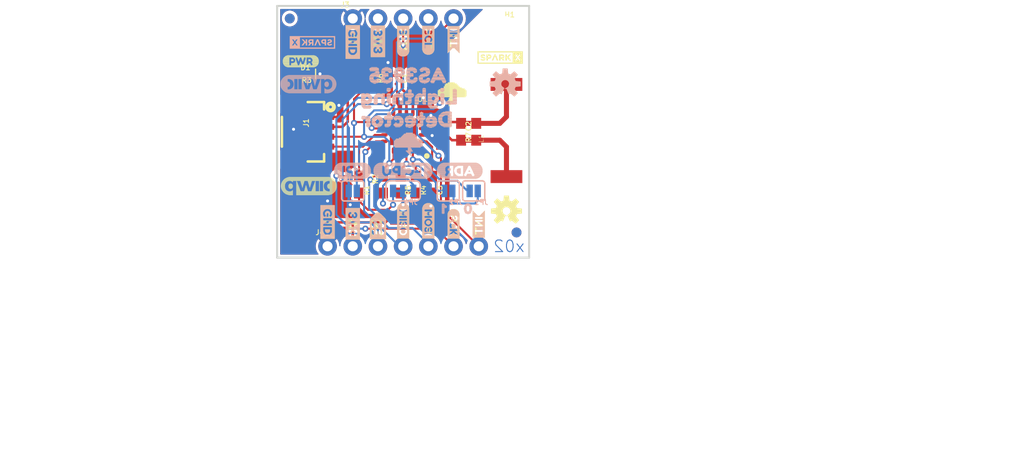
<source format=kicad_pcb>
(kicad_pcb (version 20211014) (generator pcbnew)
  (layers (0 "F.Cu" signal) (31 "B.Cu" signal) (34 "B.Paste" user) (35 "F.Paste" user) (36 "B.SilkS" user "B.Silkscreen") (37 "F.SilkS" user "F.Silkscreen") (38 "B.Mask" user) (39 "F.Mask" user) (44 "Edge.Cuts" user))
  (net 0 "")
  (net 1 "GND")
  (net 2 "3.3V")
  (net 3 "MOSI/SDA")
  (net 4 "ADD0")
  (net 5 "ADD1")
  (net 6 "N$1")
  (net 7 "SEL_INTER")
  (net 8 "MISO")
  (net 9 "SCLK/SCL")
  (net 10 "~{CS}")
  (net 11 "N$2")
  (net 12 "INP")
  (net 13 "IRQ")
  (net 14 "N$3")
  (net 15 "N$4")
  (footprint "eagleBoard:0603" (layer "F.Cu") (at 149.7711 110.3376 -90)
    (fp_text reference "R4" (at 0 -0.762 90) (layer "F.SilkS") (effects (font (size 0.512064 0.512064) (thickness 0.097536)) (justify right)))
    (fp_text value "2.2k")
    (pad "1" smd rect (at -0.85 0 270) (size 1.1 1) (layers "F.Cu" "F.Paste" "F.Mask") (net 5 "ADD1"))
    (pad "2" smd rect (at 0.85 0 270) (size 1.1 1) (layers "F.Cu" "F.Paste" "F.Mask") (net 2 "3.3V"))
  )
  (footprint "eagleBoard:GND-03" (layer "F.Cu") (at 143.4211 93.8276 -90)
    (fp_text reference "U$8" hide)
    (fp_text value "" hide)
  )
  (footprint "eagleBoard:GND-03" (layer "F.Cu") (at 140.8811 111.9886 -90)
    (fp_text reference "U$9" hide)
    (fp_text value "" hide)
  )
  (footprint "eagleBoard:3V3-03" (layer "F.Cu") (at 143.4211 112.2426 -90)
    (fp_text reference "U$17" hide)
    (fp_text value "" hide)
  )
  (footprint "eagleBoard:STAND-OFF-TIGHT" (layer "F.Cu") (at 158.6611 94.8436)
    (fp_text reference "H1" (at 0 -1.651) (layer "F.SilkS") (effects (font (size 0.512064 0.512064) (thickness 0.097536)) (justify left)))
    (fp_text value "STAND-OFFTIGHT")
    (pad "" np_thru_hole circle (at 0 0) (size 3.048 3.048) (drill 3.048) (layers *.Cu *.Mask))
  )
  (footprint "eagleBoard:SDA0" (layer "F.Cu") (at 148.5011 93.9546 -90)
    (fp_text reference "U$25" hide)
    (fp_text value "" hide)
  )
  (footprint "eagleBoard:INT0" (layer "F.Cu") (at 153.5811 93.9546 -90)
    (fp_text reference "U$24" hide)
    (fp_text value "" hide)
  )
  (footprint "eagleBoard:0603" (layer "F.Cu") (at 148.2471 110.3376 -90)
    (fp_text reference "R5" (at 0 -0.762 90) (layer "F.SilkS") (effects (font (size 0.512064 0.512064) (thickness 0.097536)) (justify right)))
    (fp_text value "2.2k")
    (pad "1" smd rect (at -0.85 0 270) (size 1.1 1) (layers "F.Cu" "F.Paste" "F.Mask") (net 4 "ADD0"))
    (pad "2" smd rect (at 0.85 0 270) (size 1.1 1) (layers "F.Cu" "F.Paste" "F.Mask") (net 2 "3.3V"))
  )
  (footprint "eagleBoard:1X05_NO_SILK" (layer "F.Cu") (at 143.4211 93.5736)
    (fp_text reference "J3" (at -1.27 -1.397) (layer "F.SilkS") (effects (font (size 0.512064 0.512064) (thickness 0.097536)) (justify left)))
    (fp_text value "")
    (pad "1" thru_hole circle (at 0 0 90) (size 1.8796 1.8796) (drill 1.016) (layers *.Cu *.Mask) (net 1 "GND"))
    (pad "2" thru_hole circle (at 2.54 0 90) (size 1.8796 1.8796) (drill 1.016) (layers *.Cu *.Mask) (net 2 "3.3V"))
    (pad "3" thru_hole circle (at 5.08 0 90) (size 1.8796 1.8796) (drill 1.016) (layers *.Cu *.Mask) (net 3 "MOSI/SDA"))
    (pad "4" thru_hole circle (at 7.62 0 90) (size 1.8796 1.8796) (drill 1.016) (layers *.Cu *.Mask) (net 9 "SCLK/SCL"))
    (pad "5" thru_hole circle (at 10.16 0 90) (size 1.8796 1.8796) (drill 1.016) (layers *.Cu *.Mask) (net 13 "IRQ"))
  )
  (footprint "eagleBoard:FIDUCIAL-1X2" (layer "F.Cu") (at 159.9311 115.1636)
    (fp_text reference "FD3" hide)
    (fp_text value "FIDUCIAL1X2" hide)
    (pad "1" smd roundrect (at 0 0) (size 1 1) (layers "F.Cu" "F.Mask") (roundrect_rratio 0.5))
  )
  (footprint "eagleBoard:QWIIC_COPYRIGHT_SMALL" (layer "F.Cu") (at 138.9761 110.4646)
    (fp_text reference "U$3" hide)
    (fp_text value "" hide)
  )
  (footprint "eagleBoard:1X04_1MM_RA" (layer "F.Cu") (at 140.8811 105.0036 -90)
    (fp_text reference "J1" (at -1.397 2.159 90) (layer "F.SilkS") (effects (font (size 0.512064 0.512064) (thickness 0.097536)) (justify right)))
    (fp_text value "")
    (pad "1" smd rect (at -1.5 0 270) (size 0.6 1.35) (layers "F.Cu" "F.Paste" "F.Mask") (net 1 "GND"))
    (pad "2" smd rect (at -0.5 0 270) (size 0.6 1.35) (layers "F.Cu" "F.Paste" "F.Mask") (net 2 "3.3V"))
    (pad "3" smd rect (at 0.5 0 270) (size 0.6 1.35) (layers "F.Cu" "F.Paste" "F.Mask") (net 3 "MOSI/SDA"))
    (pad "4" smd rect (at 1.5 0 270) (size 0.6 1.35) (layers "F.Cu" "F.Paste" "F.Mask") (net 9 "SCLK/SCL"))
    (pad "NC1" smd rect (at 2.8 3.675 270) (size 1.2 2) (layers "F.Cu" "F.Paste" "F.Mask"))
    (pad "NC2" smd rect (at -2.8 3.675 270) (size 1.2 2) (layers "F.Cu" "F.Paste" "F.Mask"))
  )
  (footprint "eagleBoard:0603" (layer "F.Cu") (at 154.3431 105.0036 -90)
    (fp_text reference "R7" (at 0 -0.762 90) (layer "F.SilkS") (effects (font (size 0.512064 0.512064) (thickness 0.097536)) (justify right)))
    (fp_text value "10k")
    (pad "1" smd rect (at -0.85 0 270) (size 1.1 1) (layers "F.Cu" "F.Paste" "F.Mask") (net 1 "GND"))
    (pad "2" smd rect (at 0.85 0 270) (size 1.1 1) (layers "F.Cu" "F.Paste" "F.Mask") (net 12 "INP"))
  )
  (footprint "eagleBoard:0603" (layer "F.Cu") (at 155.8671 105.0036 90)
    (fp_text reference "C2" (at 0 -0.762 90) (layer "F.SilkS") (effects (font (size 0.512064 0.512064) (thickness 0.097536)) (justify left)))
    (fp_text value "1nF")
    (pad "1" smd rect (at -0.85 0 90) (size 1.1 1) (layers "F.Cu" "F.Paste" "F.Mask") (net 12 "INP"))
    (pad "2" smd rect (at 0.85 0 90) (size 1.1 1) (layers "F.Cu" "F.Paste" "F.Mask") (net 1 "GND"))
  )
  (footprint "eagleBoard:PWR-()-03" (layer "F.Cu") (at 136.3091 97.8916)
    (fp_text reference "U$32" hide)
    (fp_text value "" hide)
  )
  (footprint "eagleBoard:1X07_NO_SILK" (layer "F.Cu") (at 140.8811 116.5606)
    (fp_text reference "J4" (at -1.27 -1.397) (layer "F.SilkS") (effects (font (size 0.512064 0.512064) (thickness 0.097536)) (justify left)))
    (fp_text value "")
    (pad "1" thru_hole circle (at 0 0 90) (size 1.8796 1.8796) (drill 1.016) (layers *.Cu *.Mask) (net 1 "GND"))
    (pad "2" thru_hole circle (at 2.54 0 90) (size 1.8796 1.8796) (drill 1.016) (layers *.Cu *.Mask) (net 2 "3.3V"))
    (pad "3" thru_hole circle (at 5.08 0 90) (size 1.8796 1.8796) (drill 1.016) (layers *.Cu *.Mask) (net 10 "~{CS}"))
    (pad "4" thru_hole circle (at 7.62 0 90) (size 1.8796 1.8796) (drill 1.016) (layers *.Cu *.Mask) (net 8 "MISO"))
    (pad "5" thru_hole circle (at 10.16 0 90) (size 1.8796 1.8796) (drill 1.016) (layers *.Cu *.Mask) (net 3 "MOSI/SDA"))
    (pad "6" thru_hole circle (at 12.7 0 90) (size 1.8796 1.8796) (drill 1.016) (layers *.Cu *.Mask) (net 9 "SCLK/SCL"))
    (pad "7" thru_hole circle (at 15.24 0 90) (size 1.8796 1.8796) (drill 1.016) (layers *.Cu *.Mask) (net 13 "IRQ"))
  )
  (footprint "eagleBoard:16LD_MLPQ" (layer "F.Cu") (at 148.5011 105.0036 180)
    (fp_text reference "U1" (at -2.54 3.302) (layer "F.SilkS") (effects (font (size 0.531876 0.531876) (thickness 0.077724)) (justify right)))
    (fp_text value "AS3935")
    (pad "1" smd roundrect (at -1.9186 -0.9684 90) (size 0.35 0.7) (layers "F.Cu") (roundrect_rratio 0.5) (net 11 "N$2"))
    (pad "2" smd roundrect (at -1.9186 -0.3184 90) (size 0.35 0.7) (layers "F.Cu") (roundrect_rratio 0.5) (net 1 "GND"))
    (pad "3" smd roundrect (at -1.9186 0.3316 90) (size 0.35 0.7) (layers "F.Cu") (roundrect_rratio 0.5) (net 12 "INP"))
    (pad "4" smd roundrect (at -1.9186 0.9816 90) (size 0.35 0.7) (layers "F.Cu") (roundrect_rratio 0.5) (net 1 "GND"))
    (pad "5" smd roundrect (at -0.9816 1.9166 180) (size 0.35 0.7) (layers "F.Cu") (roundrect_rratio 0.5) (net 2 "3.3V"))
    (pad "6" smd roundrect (at -0.3316 1.9166 180) (size 0.35 0.7) (layers "F.Cu") (roundrect_rratio 0.5) (net 2 "3.3V"))
    (pad "7" smd roundrect (at 0.3184 1.9166 180) (size 0.35 0.7) (layers "F.Cu") (roundrect_rratio 0.5) (net 1 "GND"))
    (pad "8" smd roundrect (at 0.9684 1.9166 180) (size 0.35 0.7) (layers "F.Cu") (roundrect_rratio 0.5) (net 10 "~{CS}"))
    (pad "9" smd roundrect (at 1.9084 0.9816 270) (size 0.35 0.7) (layers "F.Cu") (roundrect_rratio 0.5) (net 7 "SEL_INTER"))
    (pad "10" smd roundrect (at 1.9084 0.3316 270) (size 0.35 0.7) (layers "F.Cu") (roundrect_rratio 0.5) (net 13 "IRQ"))
    (pad "11" smd roundrect (at 1.9084 -0.3184 270) (size 0.35 0.7) (layers "F.Cu") (roundrect_rratio 0.5) (net 9 "SCLK/SCL"))
    (pad "12" smd roundrect (at 1.9084 -0.9684 270) (size 0.35 0.7) (layers "F.Cu") (roundrect_rratio 0.5) (net 8 "MISO"))
    (pad "13" smd roundrect (at 0.9684 -1.9074) (size 0.35 0.7) (layers "F.Cu") (roundrect_rratio 0.5) (net 3 "MOSI/SDA"))
    (pad "14" smd roundrect (at 0.3184 -1.9074) (size 0.35 0.7) (layers "F.Cu") (roundrect_rratio 0.5))
    (pad "15" smd roundrect (at -0.3316 -1.9074) (size 0.35 0.7) (layers "F.Cu") (roundrect_rratio 0.5) (net 4 "ADD0"))
    (pad "16" smd roundrect (at -0.9816 -1.9074) (size 0.35 0.7) (layers "F.Cu") (roundrect_rratio 0.5) (net 5 "ADD1"))
    (pad "17" smd rect (at -0.0066 0.0066 180) (size 2.7 2.7) (layers "F.Cu" "F.Mask") (net 1 "GND"))
  )
  (footprint "eagleBoard:CS#-_]-04" (layer "F.Cu") (at 145.9611 112.8776 -90)
    (fp_text reference "U$11" hide)
    (fp_text value "" hide)
  )
  (footprint "eagleBoard:0603" (layer "F.Cu") (at 144.0561 110.3376 -90)
    (fp_text reference "R1" (at 0 -0.762 90) (layer "F.SilkS") (effects (font (size 0.512064 0.512064) (thickness 0.097536)) (justify right)))
    (fp_text value "2.2k")
    (pad "1" smd rect (at -0.85 0 270) (size 1.1 1) (layers "F.Cu" "F.Paste" "F.Mask") (net 9 "SCLK/SCL"))
    (pad "2" smd rect (at 0.85 0 270) (size 1.1 1) (layers "F.Cu" "F.Paste" "F.Mask") (net 14 "N$3"))
  )
  (footprint "eagleBoard:0603" (layer "F.Cu") (at 149.3901 100.1776 90)
    (fp_text reference "C1" (at 0 -0.762 90) (layer "F.SilkS") (effects (font (size 0.512064 0.512064) (thickness 0.097536)) (justify left)))
    (fp_text value "1.0uF")
    (pad "1" smd rect (at -0.85 0 90) (size 1.1 1) (layers "F.Cu" "F.Paste" "F.Mask") (net 2 "3.3V"))
    (pad "2" smd rect (at 0.85 0 90) (size 1.1 1) (layers "F.Cu" "F.Paste" "F.Mask") (net 1 "GND"))
  )
  (footprint "eagleBoard:MA5532-AE" (layer "F.Cu") (at 158.9151 104.8766 90)
    (fp_text reference "L1" (at -1.27 -2.54 90) (layer "F.SilkS") (effects (font (size 0.470611 0.470611) (thickness 0.037389)) (justify left)))
    (fp_text value "100uH")
    (pad "1" smd rect (at -4.65 0 270) (size 1.3 3.2004) (layers "F.Cu" "F.Paste" "F.Mask") (net 12 "INP"))
    (pad "2" smd rect (at 4.65 0 270) (size 1.3 3.2004) (layers "F.Cu" "F.Paste" "F.Mask") (net 1 "GND"))
  )
  (footprint "eagleBoard:3V3-03" (layer "F.Cu") (at 145.9611 93.8276 -90)
    (fp_text reference "U$21" hide)
    (fp_text value "" hide)
  )
  (footprint "eagleBoard:SCL0" (layer "F.Cu") (at 151.0411 93.9546 -90)
    (fp_text reference "U$28" hide)
    (fp_text value "" hide)
  )
  (footprint "eagleBoard:0603" (layer "F.Cu") (at 146.4691 110.3376 90)
    (fp_text reference "R2" (at 0 -0.762 90) (layer "F.SilkS") (effects (font (size 0.512064 0.512064) (thickness 0.097536)) (justify left)))
    (fp_text value "2.2k")
    (pad "1" smd rect (at -0.85 0 90) (size 1.1 1) (layers "F.Cu" "F.Paste" "F.Mask") (net 15 "N$4"))
    (pad "2" smd rect (at 0.85 0 90) (size 1.1 1) (layers "F.Cu" "F.Paste" "F.Mask") (net 3 "MOSI/SDA"))
  )
  (footprint "eagleBoard:0603" (layer "F.Cu") (at 151.4221 110.3376 -90)
    (fp_text reference "C3" (at 0 -0.762 90) (layer "F.SilkS") (effects (font (size 0.512064 0.512064) (thickness 0.097536)) (justify right)))
    (fp_text value "10uF")
    (pad "1" smd rect (at -0.85 0 270) (size 1.1 1) (layers "F.Cu" "F.Paste" "F.Mask") (net 11 "N$2"))
    (pad "2" smd rect (at 0.85 0 270) (size 1.1 1) (layers "F.Cu" "F.Paste" "F.Mask") (net 1 "GND"))
  )
  (footprint "eagleBoard:SPARKX-TINY" (layer "F.Cu") (at 158.2801 97.5106)
    (fp_text reference "U$1" hide)
    (fp_text value "SPARKX-LOGO2" hide)
  )
  (footprint "eagleBoard:MISO-(]-03" (layer "F.Cu") (at 148.5011 112.1156 -90)
    (fp_text reference "U$13" hide)
    (fp_text value "" hide)
  )
  (footprint "eagleBoard:SCK-(]-03" (layer "F.Cu") (at 153.5811 112.7506 -90)
    (fp_text reference "U$19" hide)
    (fp_text value "" hide)
  )
  (footprint "eagleBoard:0603" (layer "F.Cu") (at 146.9771 100.1776 90)
    (fp_text reference "R6" (at 0 -0.762 90) (layer "F.SilkS") (effects (font (size 0.512064 0.512064) (thickness 0.097536)) (justify left)))
    (fp_text value "1k")
    (pad "1" smd rect (at -0.85 0 90) (size 1.1 1) (layers "F.Cu" "F.Paste" "F.Mask") (net 7 "SEL_INTER"))
    (pad "2" smd rect (at 0.85 0 90) (size 1.1 1) (layers "F.Cu" "F.Paste" "F.Mask") (net 2 "3.3V"))
  )
  (footprint "eagleBoard:INT0" (layer "F.Cu") (at 156.1211 112.8776 -90)
    (fp_text reference "U$29" hide)
    (fp_text value "" hide)
  )
  (footprint "eagleBoard:OSHW-LOGO-S" (layer "F.Cu") (at 158.9151 113.0046)
    (fp_text reference "LOGO1" hide)
    (fp_text value "OSHW-LOGOS" hide)
  )
  (footprint "eagleBoard:##0" (layer "F.Cu") (at 149.3901 101.0666)
    (fp_text reference "U$40" hide)
    (fp_text value "" hide)
  )
  (footprint "eagleBoard:LED-0603" (layer "F.Cu") (at 138.0871 99.1616)
    (fp_text reference "D1" (at 0 -0.635) (layer "F.SilkS") (effects (font (size 0.512064 0.512064) (thickness 0.097536)) (justify left)))
    (fp_text value "RED")
    (pad "A" smd roundrect (at -0.877 0 270) (size 1 1) (layers "F.Cu" "F.Paste" "F.Mask") (roundrect_rratio 0.15) (net 6 "N$1"))
    (pad "C" smd roundrect (at 0.877 0 270) (size 1 1) (layers "F.Cu" "F.Paste" "F.Mask") (roundrect_rratio 0.15) (net 1 "GND"))
  )
  (footprint "eagleBoard:FIDUCIAL-1X2" (layer "F.Cu") (at 137.0711 93.5736)
    (fp_text reference "FD4" hide)
    (fp_text value "FIDUCIAL1X2" hide)
    (pad "1" smd roundrect (at 0 0) (size 1 1) (layers "F.Cu" "F.Mask") (roundrect_rratio 0.5))
  )
  (footprint "eagleBoard:MOSI-(]-03" (layer "F.Cu") (at 151.0411 112.1156 -90)
    (fp_text reference "U$16" hide)
    (fp_text value "" hide)
  )
  (footprint "eagleBoard:0603" (layer "F.Cu") (at 138.2141 100.5586)
    (fp_text reference "R3" (at 0 -0.762) (layer "F.SilkS") (effects (font (size 0.512064 0.512064) (thickness 0.097536)) (justify left)))
    (fp_text value "1k")
    (pad "1" smd rect (at -0.85 0) (size 1.1 1) (layers "F.Cu" "F.Paste" "F.Mask") (net 6 "N$1"))
    (pad "2" smd rect (at 0.85 0) (size 1.1 1) (layers "F.Cu" "F.Paste" "F.Mask") (net 2 "3.3V"))
  )
  (footprint "eagleBoard:CREATIVE_COMMONS" (layer "F.Cu") (at 128.1811 136.7536)
    (fp_text reference "FRAME1" hide)
    (fp_text value "FRAME-LETTER" hide)
  )
  (footprint "eagleBoard:SDA0" (layer "B.Cu") (at 148.5011 93.9546 -90)
    (fp_text reference "U$26" hide)
    (fp_text value "" hide)
  )
  (footprint "eagleBoard:SCL0" (layer "B.Cu") (at 151.0411 93.9546 -90)
    (fp_text reference "U$27" hide)
    (fp_text value "" hide)
  )
  (footprint "eagleBoard:FIDUCIAL-1X2" (layer "B.Cu") (at 159.9311 115.1636 180)
    (fp_text reference "FD2" hide)
    (fp_text value "FIDUCIAL1X2" hide)
    (pad "1" smd roundrect (at 0 0 180) (size 1 1) (layers "B.Cu" "B.Mask") (roundrect_rratio 0.5))
  )
  (footprint "eagleBoard:#CS0" (layer "B.Cu") (at 145.9611 112.8776 -90)
    (fp_text reference "U$30" hide)
    (fp_text value "" hide)
  )
  (footprint "eagleBoard:LIGHTNING0" (layer "B.Cu") (at 155.3591 101.4476 180)
    (fp_text reference "U$7" hide)
    (fp_text value "" hide)
  )
  (footprint "eagleBoard:GND-03" (layer "B.Cu") (at 143.4211 93.8276 -90)
    (fp_text reference "U$38" hide)
    (fp_text value "" hide)
  )
  (footprint "eagleBoard:00" (layer "B.Cu") (at 156.3751 112.7506 180)
    (fp_text reference "U$37" hide)
    (fp_text value "" hide)
  )
  (footprint "eagleBoard:##0" (layer "B.Cu") (at 153.0731 106.1466 180)
    (fp_text reference "U$5" hide)
    (fp_text value "" hide)
  )
  (footprint "eagleBoard:MISO-(]-03" (layer "B.Cu") (at 148.5011 112.1156 -90)
    (fp_text reference "U$12" hide)
    (fp_text value "" hide)
  )
  (footprint "eagleBoard:3V3-03" (layer "B.Cu") (at 145.9611 93.8276 -90)
    (fp_text reference "U$20" hide)
    (fp_text value "" hide)
  )
  (footprint "eagleBoard:SPI0" (layer "B.Cu") (at 145.3261 108.9406 180)
    (fp_text reference "U$35" hide)
    (fp_text value "" hide)
  )
  (footprint "eagleBoard:SMT-JUMPER_2_NO_SILK" (layer "B.Cu") (at 143.4211 110.9726 180)
    (fp_text reference "JP3" (at 0 1.143) (layer "B.SilkS") (effects (font (size 0.512064 0.512064) (thickness 0.097536)) (justify left mirror)))
    (fp_text value "JUMPER-SMT_2_NO_SILK")
    (pad "1" smd rect (at -0.4064 0 180) (size 0.635 1.27) (layers "B.Cu" "B.Mask") (net 7 "SEL_INTER"))
    (pad "2" smd rect (at 0.4064 0 180) (size 0.635 1.27) (layers "B.Cu" "B.Mask") (net 1 "GND"))
  )
  (footprint "eagleBoard:SMT-JUMPER_2_NO_SILK" (layer "B.Cu") (at 155.6131 110.9726)
    (fp_text reference "JP1" (at 0 1.143) (layer "B.SilkS") (effects (font (size 0.512064 0.512064) (thickness 0.097536)) (justify right mirror)))
    (fp_text value "JUMPER-SMT_2_NO_SILK")
    (pad "1" smd rect (at -0.4064 0) (size 0.635 1.27) (layers "B.Cu" "B.Mask") (net 5 "ADD1"))
    (pad "2" smd rect (at 0.4064 0) (size 0.635 1.27) (layers "B.Cu" "B.Mask") (net 1 "GND"))
  )
  (footprint "eagleBoard:QWIIC_COPYRIGHT_SMALL" (layer "B.Cu") (at 138.9761 100.1776 180)
    (fp_text reference "U$4" hide)
    (fp_text value "" hide)
  )
  (footprint "eagleBoard:DETECTOR0" (layer "B.Cu") (at 154.8511 103.7336 180)
    (fp_text reference "U$39" hide)
    (fp_text value "" hide)
  )
  (footprint "eagleBoard:AS39350" (layer "B.Cu") (at 154.2161 99.2886 180)
    (fp_text reference "U$6" hide)
    (fp_text value "" hide)
  )
  (footprint "eagleBoard:I#C_PU0" (layer "B.Cu") (at 151.5491 108.9406 180)
    (fp_text reference "U$34" hide)
    (fp_text value "" hide)
  )
  (footprint "eagleBoard:SMT-JUMPER_2_NO_SILK" (layer "B.Cu") (at 153.0477 110.9726)
    (fp_text reference "JP2" (at 0 1.143) (layer "B.SilkS") (effects (font (size 0.512064 0.512064) (thickness 0.097536)) (justify right mirror)))
    (fp_text value "JUMPER-SMT_2_NO_SILK")
    (pad "1" smd rect (at -0.4064 0) (size 0.635 1.27) (layers "B.Cu" "B.Mask") (net 4 "ADD0"))
    (pad "2" smd rect (at 0.4064 0) (size 0.635 1.27) (layers "B.Cu" "B.Mask") (net 1 "GND"))
  )
  (footprint "eagleBoard:OSHW-LOGO-S" (layer "B.Cu") (at 158.7881 100.1776 180)
    (fp_text reference "U$31" hide)
    (fp_text value "" hide)
  )
  (footprint "eagleBoard:SCK-(]-03" (layer "B.Cu") (at 153.5811 112.7506 -90)
    (fp_text reference "U$23" hide)
    (fp_text value "" hide)
  )
  (footprint "eagleBoard:SPARKX-TINY" (layer "B.Cu") (at 139.3571 95.9866 180)
    (fp_text reference "U$2" hide)
    (fp_text value "" hide)
  )
  (footprint "eagleBoard:INT0" (layer "B.Cu") (at 156.1211 112.8776 -90)
    (fp_text reference "U$14" hide)
    (fp_text value "" hide)
  )
  (footprint "eagleBoard:3V3-03" (layer "B.Cu") (at 143.4211 112.2426 -90)
    (fp_text reference "U$18" hide)
    (fp_text value "" hide)
  )
  (footprint "eagleBoard:GND-03" (layer "B.Cu") (at 140.8811 111.9886 -90)
    (fp_text reference "U$10" hide)
    (fp_text value "" hide)
  )
  (footprint "eagleBoard:MOSI-(]-03" (layer "B.Cu") (at 151.0411 112.1156 -90)
    (fp_text reference "U$22" hide)
    (fp_text value "" hide)
  )
  (footprint "eagleBoard:FIDUCIAL-1X2" (layer "B.Cu") (at 137.0711 93.5736 180)
    (fp_text reference "FD1" hide)
    (fp_text value "FIDUCIAL1X2" hide)
    (pad "1" smd roundrect (at 0 0 180) (size 1 1) (layers "B.Cu" "B.Mask") (roundrect_rratio 0.5))
  )
  (footprint "eagleBoard:SMT-JUMPER_3_2-NC_TRACE_SILK" (layer "B.Cu") (at 148.5011 110.9726)
    (fp_text reference "JP4" (at 0 1.143) (layer "B.SilkS") (effects (font (size 0.512064 0.512064) (thickness 0.097536)) (justify right mirror)))
    (fp_text value "JUMPER-SMT_3_2-NC_TRACE_SILK")
    (fp_poly (pts (xy 0.3048 -0.127) (xy 0.7112 -0.127) (xy 0.7112 0.127) (xy 0.3048 0.127)) (layer "B.Cu") (width 0) (fill solid))
    (fp_poly (pts (xy -0.7112 -0.127) (xy -0.3048 -0.127) (xy -0.3048 0.127) (xy -0.7112 0.127)) (layer "B.Cu") (width 0) (fill solid))
    (pad "1" smd rect (at -1.016 0) (size 0.635 1.27) (layers "B.Cu" "B.Mask") (net 14 "N$3"))
    (pad "2" smd rect (at 0 0) (size 0.635 1.27) (layers "B.Cu" "B.Mask") (net 2 "3.3V"))
    (pad "3" smd rect (at 1.016 0) (size 0.635 1.27) (layers "B.Cu" "B.Mask") (net 15 "N$4"))
  )
  (footprint "eagleBoard:INT0" (layer "B.Cu") (at 153.5811 93.9546 -90)
    (fp_text reference "U$15" hide)
    (fp_text value "" hide)
  )
  (footprint "eagleBoard:10" (layer "B.Cu") (at 153.8351 112.7506 180)
    (fp_text reference "U$36" hide)
    (fp_text value "" hide)
  )
  (footprint "eagleBoard:ADR-()-04" (layer "B.Cu") (at 156.6291 108.9406 180)
    (fp_text reference "U$33" hide)
    (fp_text value "" hide)
  )
  (gr_line (start 135.8011 92.3036) (end 135.8011 117.7036) (layer "Edge.Cuts") (width 0.2032))
  (gr_line (start 161.2011 92.3036) (end 135.8011 92.3036) (layer "Edge.Cuts") (width 0.2032))
  (gr_line (start 161.2011 117.7036) (end 161.2011 92.3036) (layer "Edge.Cuts") (width 0.2032))
  (gr_line (start 135.8011 117.7036) (end 161.2011 117.7036) (layer "Edge.Cuts") (width 0.2032))
  (gr_text "x02" (at 159.1691 116.5606) (layer "B.Cu") (effects (font (size 1.1684 1.1684) (thickness 0.1016)) (justify mirror)))
  (segment (start 154.3431 104.1536) (end 155.8671 104.1536) (width 0.508) (layer "F.Cu") (net 1))
  (segment (start 150.4197 104.022) (end 154.2115 104.022) (width 0.254) (layer "F.Cu") (net 1))
  (segment (start 148.1827 103.087) (end 148.1827 101.766) (width 0.254) (layer "F.Cu") (net 1))
  (segment (start 148.5077 104.997) (end 148.1827 104.672) (width 0.254) (layer "F.Cu") (net 1))
  (segment (start 148.1827 104.672) (end 148.1827 104.4956) (width 0.254) (layer "F.Cu") (net 1))
  (segment (start 148.6563 104.022) (end 148.1827 104.4956) (width 0.254) (layer "F.Cu") (net 1))
  (segment (start 158.9151 103.4796) (end 158.9151 100.2266) (width 0.508) (layer "F.Cu") (net 1))
  (segment (start 150.4197 104.022) (end 148.6563 104.022) (width 0.254) (layer "F.Cu") (net 1))
  (segment (start 155.8671 104.1536) (end 158.2411 104.1536) (width 0.508) (layer "F.Cu") (net 1))
  (segment (start 158.2411 104.1536) (end 158.9151 103.4796) (width 0.508) (layer "F.Cu") (net 1))
  (segment (start 154.2115 104.022) (end 154.3431 104.1536) (width 0.254) (layer "F.Cu") (net 1))
  (segment (start 148.5077 104.997) (end 148.8327 105.322) (width 0.254) (layer "F.Cu") (net 1))
  (segment (start 148.1827 101.766) (end 148.2471 101.7016) (width 0.254) (layer "F.Cu") (net 1))
  (via (at 140.1191 99.1616) (size 0.6096) (drill 0.3048) (layers "F.Cu" "B.Cu") (net 1))
  (via (at 146.9771 98.0186) (size 0.6096) (drill 0.3048) (layers "F.Cu" "B.Cu") (net 1))
  (via (at 151.4221 105.3846) (size 0.6096) (drill 0.3048) (layers "F.Cu" "B.Cu") (net 1))
  (via (at 151.2951 112.4966) (size 0.6096) (drill 0.3048) (layers "F.Cu" "B.Cu") (net 1))
  (via (at 143.1671 112.3696) (size 0.6096) (drill 0.3048) (layers "F.Cu" "B.Cu") (net 1))
  (via (at 150.5331 101.5746) (size 0.6096) (drill 0.3048) (layers "F.Cu" "B.Cu") (net 1))
  (via (at 140.8811 111.9886) (size 0.6096) (drill 0.3048) (layers "F.Cu" "B.Cu") (net 1))
  (via (at 137.4521 104.7496) (size 0.6096) (drill 0.3048) (layers "F.Cu" "B.Cu") (net 1))
  (via (at 148.2471 101.7016) (size 0.6096) (drill 0.3048) (layers "F.Cu" "B.Cu") (net 1))
  (via (at 151.2951 103.3526) (size 0.6096) (drill 0.3048) (layers "F.Cu" "B.Cu") (net 1))
  (via (at 142.0241 102.3366) (size 0.6096) (drill 0.3048) (layers "F.Cu" "B.Cu") (net 1))
  (segment (start 153.4541 110.9726) (end 153.5811 111.0996) (width 0.2032) (layer "B.Cu") (net 1))
  (segment (start 156.0195 110.9726) (end 156.0195 111.9632) (width 0.2032) (layer "B.Cu") (net 1))
  (segment (start 153.5811 111.0996) (end 153.5811 112.2426) (width 0.2032) (layer "B.Cu") (net 1))
  (segment (start 155.7401 112.2426) (end 153.5811 112.2426) (width 0.2032) (layer "B.Cu") (net 1))
  (segment (start 156.0195 111.9632) (end 155.7401 112.2426) (width 0.2032) (layer "B.Cu") (net 1))
  (segment (start 153.5811 112.2426) (end 152.8191 112.2426) (width 0.2032) (layer "B.Cu") (net 1))
  (segment (start 145.1991 99.4156) (end 145.9611 99.4156) (width 0.254) (layer "F.Cu") (net 2))
  (segment (start 149.3901 101.0276) (end 148.7161 101.0276) (width 0.254) (layer "F.Cu") (net 2))
  (segment (start 142.3971 104.5036) (end 142.9131 103.9876) (width 0.254) (layer "F.Cu") (net 2))
  (segment (start 148.2471 111.1876) (end 149.7711 111.1876) (width 0.254) (layer "F.Cu") (net 2))
  (segment (start 149.0091 101.9556) (end 148.8327 102.132) (width 0.254) (layer "F.Cu") (net 2))
  (segment (start 149.4827 101.9556) (end 149.4827 101.1202) (width 0.254) (layer "F.Cu") (net 2))
  (segment (start 146.7231 114.1476) (end 143.4211 114.1476) (width 0.254) (layer "F.Cu") (net 2))
  (segment (start 146.9771 99.3276) (end 148.1591 99.3276) (width 0.254) (layer "F.Cu") (net 2))
  (segment (start 149.4827 101.9556) (end 149.4827 103.087) (width 0.254) (layer "F.Cu") (net 2))
  (segment (start 142.9131 101.7016) (end 145.1991 99.4156) (width 0.254) (layer "F.Cu") (net 2))
  (segment (start 143.4211 116.5606) (end 143.4211 114.1476) (width 0.254) (layer "F.Cu") (net 2))
  (segment (start 146.7231 114.1476) (end 148.5011 112.3696) (width 0.254) (layer "F.Cu") (net 2))
  (segment (start 143.4211 114.1476) (end 141.1351 114.1476) (width 0.254) (layer "F.Cu") (net 2))
  (segment (start 139.1031 100.5976) (end 139.0641 100.5586) (width 0.254) (layer "F.Cu") (net 2))
  (segment (start 149.0091 101.9556) (end 149.4827 101.9556) (width 0.254) (layer "F.Cu") (net 2))
  (segment (start 148.8327 102.132) (end 148.8327 103.087) (width 0.254) (layer "F.Cu") (net 2))
  (segment (start 140.8811 104.5036) (end 139.1111 104.5036) (width 0.254) (layer "F.Cu") (net 2))
  (segment (start 139.1031 112.1156) (end 139.1031 104.4956) (width 0.254) (layer "F.Cu") (net 2))
  (segment (start 146.8891 99.4156) (end 146.9771 99.3276) (width 0.254) (layer "F.Cu") (net 2))
  (segment (start 139.1111 104.5036) (end 139.1031 104.4956) (width 0.254) (layer "F.Cu") (net 2))
  (segment (start 148.3741 99.5426) (end 148.1591 99.3276) (width 0.254) (layer "F.Cu") (net 2))
  (segment (start 141.1351 114.1476) (end 139.1031 112.1156) (width 0.254) (layer "F.Cu") (net 2))
  (segment (start 149.4827 101.1202) (end 149.3901 101.0276) (width 0.254) (layer "F.Cu") (net 2))
  (segment (start 148.7161 101.0276) (end 148.3741 100.6856) (width 0.254) (layer "F.Cu") (net 2))
  (segment (start 140.8811 104.5036) (end 142.3971 104.5036) (width 0.254) (layer "F.Cu") (net 2))
  (segment (start 145.9611 99.4156) (end 146.8891 99.4156) (width 0.254) (layer "F.Cu") (net 2))
  (segment (start 139.1031 104.4956) (end 139.1031 100.5976) (width 0.254) (layer "F.Cu") (net 2))
  (segment (start 148.3741 100.6856) (end 148.3741 99.5426) (width 0.254) (layer "F.Cu") (net 2))
  (segment (start 145.9611 93.5736) (end 145.9611 99.4156) (width 0.254) (layer "F.Cu") (net 2))
  (segment (start 142.9131 103.9876) (end 142.9131 101.7016) (width 0.254) (layer "F.Cu") (net 2))
  (segment (start 148.5011 111.4416) (end 148.5011 112.3696) (width 0.254) (layer "F.Cu") (net 2))
  (segment (start 148.5011 111.4416) (end 148.2471 111.1876) (width 0.254) (layer "F.Cu") (net 2))
  (via (at 148.5011 112.3696) (size 0.6096) (drill 0.3048) (layers "F.Cu" "B.Cu") (net 2))
  (segment (start 148.5011 110.9726) (end 148.5011 112.3696) (width 0.254) (layer "B.Cu") (net 2))
  (segment (start 145.5411 109.4876) (end 145.1991 109.8296) (width 0.2032) (layer "F.Cu") (net 3))
  (segment (start 140.8811 105.5036) (end 144.5561 105.5036) (width 0.2032) (layer "F.Cu") (net 3))
  (segment (start 146.5167 108.766) (end 146.5167 109.44) (width 0.2032) (layer "F.Cu") (net 3))
  (segment (start 147.1041 108.1786) (end 146.5167 108.766) (width 0.2032) (layer "F.Cu") (net 3))
  (segment (start 148.5011 93.5736) (end 148.5011 96.2406) (width 0.2032) (layer "F.Cu") (net 3))
  (segment (start 147.5327 106.911) (end 147.5327 107.75) (width 0.2032) (layer "F.Cu") (net 3))
  (segment (start 146.5167 109.44) (end 146.4691 109.4876) (width 0.2032) (layer "F.Cu") (net 3))
  (segment (start 144.5561 105.5036) (end 144.5641 105.5116) (width 0.2032) (layer "F.Cu") (net 3))
  (segment (start 146.4691 109.4876) (end 145.5411 109.4876) (width 0.2032) (layer "F.Cu") (net 3))
  (segment (start 147.5327 107.75) (end 147.1041 108.1786) (width 0.2032) (layer "F.Cu") (net 3))
  (via (at 144.5641 105.5116) (size 0.6096) (drill 0.3048) (layers "F.Cu" "B.Cu") (net 3))
  (via (at 148.5011 96.2406) (size 0.6096) (drill 0.3048) (layers "F.Cu" "B.Cu") (net 3))
  (via (at 145.1991 109.8296) (size 0.6096) (drill 0.3048) (layers "F.Cu" "B.Cu") (net 3))
  (via (at 147.1041 108.1786) (size 0.6096) (drill 0.3048) (layers "F.Cu" "B.Cu") (net 3))
  (segment (start 148.5011 96.2406) (end 148.5011 100.5586) (width 0.2032) (layer "B.Cu") (net 3))
  (segment (start 151.0411 116.5606) (end 151.0411 116.3066) (width 0.2032) (layer "B.Cu") (net 3))
  (segment (start 149.4536 114.7191) (end 147.0406 114.7191) (width 0.2032) (layer "B.Cu") (net 3))
  (segment (start 144.5641 103.8606) (end 144.5641 105.5116) (width 0.2032) (layer "B.Cu") (net 3))
  (segment (start 146.5961 105.5116) (end 147.1041 106.0196) (width 0.2032) (layer "B.Cu") (net 3))
  (segment (start 147.6121 101.4476) (end 147.6121 102.3366) (width 0.2032) (layer "B.Cu") (net 3))
  (segment (start 151.0411 116.3066) (end 149.4536 114.7191) (width 0.2032) (layer "B.Cu") (net 3))
  (segment (start 145.0721 109.9566) (end 145.0721 112.7506) (width 0.2032) (layer "B.Cu") (net 3))
  (segment (start 145.0721 109.9566) (end 145.1991 109.8296) (width 0.2032) (layer "B.Cu") (net 3))
  (segment (start 147.1041 106.0196) (end 147.1041 108.1786) (width 0.2032) (layer "B.Cu") (net 3))
  (segment (start 147.6121 102.3366) (end 147.1041 102.8446) (width 0.2032) (layer "B.Cu") (net 3))
  (segment (start 147.1041 102.8446) (end 145.5801 102.8446) (width 0.2032) (layer "B.Cu") (net 3))
  (segment (start 148.5011 100.5586) (end 147.6121 101.4476) (width 0.2032) (layer "B.Cu") (net 3))
  (segment (start 144.5641 105.5116) (end 146.5961 105.5116) (width 0.2032) (layer "B.Cu") (net 3))
  (segment (start 147.0406 114.7191) (end 145.0721 112.7506) (width 0.2032) (layer "B.Cu") (net 3))
  (segment (start 145.5801 102.8446) (end 144.5641 103.8606) (width 0.2032) (layer "B.Cu") (net 3))
  (segment (start 148.8327 108.228) (end 148.2471 108.8136) (width 0.2032) (layer "F.Cu") (net 4))
  (segment (start 148.2471 108.8136) (end 148.2471 109.4876) (width 0.2032) (layer "F.Cu") (net 4))
  (segment (start 148.8327 108.228) (end 148.8327 106.911) (width 0.2032) (layer "F.Cu") (net 4))
  (via (at 148.8327 108.228) (size 0.6096) (drill 0.3048) (layers "F.Cu" "B.Cu") (net 4))
  (segment (start 151.8031 110.7186) (end 151.8031 110.1344) (width 0.2032) (layer "B.Cu") (net 4))
  (segment (start 152.6413 110.9726) (end 152.0571 110.9726) (width 0.2032) (layer "B.Cu") (net 4))
  (segment (start 149.0373 108.4326) (end 148.8327 108.228) (width 0.2032) (layer "B.Cu") (net 4))
  (segment (start 150.1013 108.4326) (end 149.0373 108.4326) (width 0.2032) (layer "B.Cu") (net 4))
  (segment (start 152.0571 110.9726) (end 151.8031 110.7186) (width 0.2032) (layer "B.Cu") (net 4))
  (segment (start 151.8031 110.1344) (end 150.1013 108.4326) (width 0.2032) (layer "B.Cu") (net 4))
  (segment (start 149.4827 108.2712) (end 149.7711 108.5596) (width 0.2032) (layer "F.Cu") (net 5))
  (segment (start 149.4827 107.7976) (end 149.4827 106.911) (width 0.2032) (layer "F.Cu") (net 5))
  (segment (start 149.4827 107.7976) (end 149.4827 108.2712) (width 0.2032) (layer "F.Cu") (net 5))
  (segment (start 149.7711 108.5596) (end 149.7711 109.4876) (width 0.2032) (layer "F.Cu") (net 5))
  (via (at 149.4827 107.7976) (size 0.6096) (drill 0.3048) (layers "F.Cu" "B.Cu") (net 5))
  (segment (start 154.88285 110.87735) (end 153.9621 109.9566) (width 0.2032) (layer "B.Cu") (net 5))
  (segment (start 153.9621 109.9566) (end 152.3111 109.9566) (width 0.2032) (layer "B.Cu") (net 5))
  (segment (start 155.2067 110.9726) (end 155.11145 110.87735) (width 0.2032) (layer "B.Cu") (net 5))
  (segment (start 152.3111 109.9566) (end 150.1521 107.7976) (width 0.2032) (layer "B.Cu") (net 5))
  (segment (start 150.1521 107.7976) (end 149.4827 107.7976) (width 0.2032) (layer "B.Cu") (net 5))
  (segment (start 155.11145 110.87735) (end 154.88285 110.87735) (width 0.2032) (layer "B.Cu") (net 5))
  (segment (start 137.3641 100.5586) (end 137.2101 100.4046) (width 0.254) (layer "F.Cu") (net 6))
  (segment (start 137.2101 100.4046) (end 137.2101 99.1616) (width 0.254) (layer "F.Cu") (net 6))
  (segment (start 146.5927 104.022) (end 143.6407 104.022) (width 0.2032) (layer "F.Cu") (net 7))
  (segment (start 144.2221 101.0276) (end 143.5481 101.7016) (width 0.2032) (layer "F.Cu") (net 7))
  (segment (start 143.5481 101.7016) (end 143.5481 104.1146) (width 0.2032) (layer "F.Cu") (net 7))
  (segment (start 146.9771 101.0276) (end 144.2221 101.0276) (width 0.2032) (layer "F.Cu") (net 7))
  (segment (start 143.6407 104.022) (end 143.5481 104.1146) (width 0.2032) (layer "F.Cu") (net 7))
  (via (at 143.5481 104.1146) (size 0.6096) (drill 0.3048) (layers "F.Cu" "B.Cu") (net 7))
  (segment (start 143.8275 110.9726) (end 143.8275 108.839) (width 0.2032) (layer "B.Cu") (net 7))
  (segment (start 143.8275 108.839) (end 143.5481 108.5596) (width 0.2032) (layer "B.Cu") (net 7))
  (segment (start 143.5481 108.5596) (end 143.5481 104.1146) (width 0.2032) (layer "B.Cu") (net 7))
  (segment (start 146.5927 105.972) (end 145.7547 105.972) (width 0.2032) (layer "F.Cu") (net 8))
  (segment (start 145.7547 105.972) (end 144.6911 107.0356) (width 0.2032) (layer "F.Cu") (net 8))
  (via (at 144.6911 107.0356) (size 0.6096) (drill 0.3048) (layers "F.Cu" "B.Cu") (net 8))
  (segment (start 144.5641 107.1626) (end 144.6911 107.0356) (width 0.2032) (layer "B.Cu") (net 8))
  (segment (start 148.5011 116.5606) (end 148.1201 116.5606) (width 0.2032) (layer "B.Cu") (net 8))
  (segment (start 144.5641 113.0046) (end 144.5641 107.1626) (width 0.2032) (layer "B.Cu") (net 8))
  (segment (start 148.1201 116.5606) (end 144.5641 113.0046) (width 0.2032) (layer "B.Cu") (net 8))
  (segment (start 144.0561 106.5036) (end 144.4611 106.5036) (width 0.2032) (layer "F.Cu") (net 9))
  (segment (start 153.5811 116.5606) (end 151.8031 114.7826) (width 0.2032) (layer "F.Cu") (net 9))
  (segment (start 144.0561 109.4876) (end 144.0561 106.5036) (width 0.2032) (layer "F.Cu") (net 9))
  (segment (start 144.0561 109.4876) (end 141.8091 109.4876) (width 0.2032) (layer "F.Cu") (net 9))
  (segment (start 140.8811 106.5036) (end 144.0561 106.5036) (width 0.2032) (layer "F.Cu") (net 9))
  (segment (start 145.6427 105.322) (end 146.5927 105.322) (width 0.2032) (layer "F.Cu") (net 9))
  (segment (start 151.8031 114.7826) (end 144.6911 114.7826) (width 0.2032) (layer "F.Cu") (net 9))
  (segment (start 141.8091 109.4876) (end 141.7701 109.4486) (width 0.2032) (layer "F.Cu") (net 9))
  (segment (start 144.4611 106.5036) (end 145.6427 105.322) (width 0.2032) (layer "F.Cu") (net 9))
  (via (at 144.6911 114.7826) (size 0.6096) (drill 0.3048) (layers "F.Cu" "B.Cu") (net 9))
  (via (at 141.7701 109.4486) (size 0.6096) (drill 0.3048) (layers "F.Cu" "B.Cu") (net 9))
  (segment (start 143.1671 114.7826) (end 141.7701 113.3856) (width 0.2032) (layer "B.Cu") (net 9))
  (segment (start 141.7701 113.3856) (end 141.7701 109.4486) (width 0.2032) (layer "B.Cu") (net 9))
  (segment (start 143.9291 101.5746) (end 146.9771 101.5746) (width 0.2032) (layer "B.Cu") (net 9))
  (segment (start 144.6911 114.7826) (end 143.1671 114.7826) (width 0.2032) (layer "B.Cu") (net 9))
  (segment (start 147.8661 100.6856) (end 147.8661 95.9866) (width 0.2032) (layer "B.Cu") (net 9))
  (segment (start 147.8661 95.9866) (end 148.2471 95.6056) (width 0.2032) (layer "B.Cu") (net 9))
  (segment (start 141.7701 103.7336) (end 143.9291 101.5746) (width 0.2032) (layer "B.Cu") (net 9))
  (segment (start 151.0411 95.2246) (end 151.0411 93.5736) (width 0.2032) (layer "B.Cu") (net 9))
  (segment (start 146.9771 101.5746) (end 147.8661 100.6856) (width 0.2032) (layer "B.Cu") (net 9))
  (segment (start 150.6601 95.6056) (end 151.0411 95.2246) (width 0.2032) (layer "B.Cu") (net 9))
  (segment (start 141.7701 109.4486) (end 141.7701 103.7336) (width 0.2032) (layer "B.Cu") (net 9))
  (segment (start 148.2471 95.6056) (end 150.6601 95.6056) (width 0.2032) (layer "B.Cu") (net 9))
  (segment (start 147.2311 102.2096) (end 147.5327 102.5112) (width 0.2032) (layer "F.Cu") (net 10))
  (segment (start 147.2311 102.2096) (end 146.8501 102.2096) (width 0.2032) (layer "F.Cu") (net 10))
  (segment (start 147.5327 102.5112) (end 147.5327 103.087) (width 0.2032) (layer "F.Cu") (net 10))
  (via (at 146.8501 102.2096) (size 0.6096) (drill 0.3048) (layers "F.Cu" "B.Cu") (net 10))
  (segment (start 145.9611 116.5606) (end 145.9611 114.9096) (width 0.2032) (layer "B.Cu") (net 10))
  (segment (start 145.9611 114.9096) (end 145.1991 114.1476) (width 0.2032) (layer "B.Cu") (net 10))
  (segment (start 143.2941 114.1476) (end 142.4051 113.2586) (width 0.2032) (layer "B.Cu") (net 10))
  (segment (start 143.9291 102.2096) (end 142.4051 103.7336) (width 0.2032) (layer "B.Cu") (net 10))
  (segment (start 142.4051 103.7336) (end 142.4051 113.2586) (width 0.2032) (layer "B.Cu") (net 10))
  (segment (start 146.8501 102.2096) (end 143.9291 102.2096) (width 0.2032) (layer "B.Cu") (net 10))
  (segment (start 145.1991 114.1476) (end 143.2941 114.1476) (width 0.2032) (layer "B.Cu") (net 10))
  (segment (start 151.4221 109.4876) (end 151.4221 106.5276) (width 0.2032) (layer "F.Cu") (net 11))
  (segment (start 150.8665 105.972) (end 151.4221 106.5276) (width 0.2032) (layer "F.Cu") (net 11))
  (segment (start 150.4197 105.972) (end 150.8665 105.972) (width 0.2032) (layer "F.Cu") (net 11))
  (segment (start 158.2411 105.8536) (end 158.9151 106.5276) (width 0.508) (layer "F.Cu") (net 12))
  (segment (start 154.5971 105.8536) (end 155.8671 105.8536) (width 0.508) (layer "F.Cu") (net 12))
  (segment (start 153.4151 105.8536) (end 152.2335 104.672) (width 0.254) (layer "F.Cu") (net 12))
  (segment (start 155.8671 105.8536) (end 158.2411 105.8536) (width 0.508) (layer "F.Cu") (net 12))
  (segment (start 152.2335 104.672) (end 150.4197 104.672) (width 0.254) (layer "F.Cu") (net 12))
  (segment (start 154.5971 105.8536) (end 153.4151 105.8536) (width 0.254) (layer "F.Cu") (net 12))
  (segment (start 158.9151 106.5276) (end 158.9151 109.5266) (width 0.508) (layer "F.Cu") (net 12))
  (segment (start 154.3431 105.8536) (end 154.5971 105.8536) (width 0.508) (layer "F.Cu") (net 12))
  (segment (start 152.1841 94.9706) (end 152.1841 102.0826) (width 0.2032) (layer "F.Cu") (net 13))
  (segment (start 146.5927 104.672) (end 145.3755 104.672) (width 0.2032) (layer "F.Cu") (net 13))
  (segment (start 156.1211 116.5606) (end 152.3111 112.7506) (width 0.2032) (layer "F.Cu") (net 13))
  (segment (start 152.3111 107.6706) (end 152.3111 112.7506) (width 0.2032) (layer "F.Cu") (net 13))
  (segment (start 152.3111 107.6706) (end 152.0571 107.4166) (width 0.2032) (layer "F.Cu") (net 13))
  (segment (start 145.3755 104.672) (end 145.3261 104.6226) (width 0.2032) (layer "F.Cu") (net 13))
  (segment (start 153.5811 93.5736) (end 152.1841 94.9706) (width 0.2032) (layer "F.Cu") (net 13))
  (via (at 145.3261 104.6226) (size 0.6096) (drill 0.3048) (layers "F.Cu" "B.Cu") (net 13))
  (via (at 152.1841 102.0826) (size 0.6096) (drill 0.3048) (layers "F.Cu" "B.Cu") (net 13))
  (via (at 152.0571 107.4166) (size 0.6096) (drill 0.3048) (layers "F.Cu" "B.Cu") (net 13))
  (segment (start 145.3261 103.7336) (end 145.8341 103.2256) (width 0.2032) (layer "B.Cu") (net 13))
  (segment (start 147.2311 103.2256) (end 147.7391 102.7176) (width 0.2032) (layer "B.Cu") (net 13))
  (segment (start 145.8341 103.2256) (end 147.2311 103.2256) (width 0.2032) (layer "B.Cu") (net 13))
  (segment (start 151.5491 102.7176) (end 152.1841 102.0826) (width 0.2032) (layer "B.Cu") (net 13))
  (segment (start 149.8981 105.2576) (end 149.8981 102.7176) (width 0.2032) (layer "B.Cu") (net 13))
  (segment (start 145.3261 104.6226) (end 145.3261 103.7336) (width 0.2032) (layer "B.Cu") (net 13))
  (segment (start 147.7391 102.7176) (end 149.8981 102.7176) (width 0.2032) (layer "B.Cu") (net 13))
  (segment (start 152.0571 107.4166) (end 149.8981 105.2576) (width 0.2032) (layer "B.Cu") (net 13))
  (segment (start 149.8981 102.7176) (end 151.5491 102.7176) (width 0.2032) (layer "B.Cu") (net 13))
  (segment (start 144.9451 112.8776) (end 146.9771 112.8776) (width 0.2032) (layer "F.Cu") (net 14))
  (segment (start 144.0561 111.1876) (end 144.0561 111.9886) (width 0.2032) (layer "F.Cu") (net 14))
  (segment (start 146.9771 112.8776) (end 147.4851 112.3696) (width 0.2032) (layer "F.Cu") (net 14))
  (segment (start 144.0561 111.9886) (end 144.9451 112.8776) (width 0.2032) (layer "F.Cu") (net 14))
  (via (at 147.4851 112.3696) (size 0.6096) (drill 0.3048) (layers "F.Cu" "B.Cu") (net 14))
  (segment (start 147.4851 112.3696) (end 147.4851 110.9726) (width 0.2032) (layer "B.Cu") (net 14))
  (segment (start 146.4691 112.2426) (end 146.4691 111.1876) (width 0.2032) (layer "F.Cu") (net 15))
  (via (at 146.4691 112.2426) (size 0.6096) (drill 0.3048) (layers "F.Cu" "B.Cu") (net 15))
  (segment (start 148.9456 109.7661) (end 147.1676 109.7661) (width 0.2032) (layer "B.Cu") (net 15))
  (segment (start 149.5171 110.3376) (end 148.9456 109.7661) (width 0.2032) (layer "B.Cu") (net 15))
  (segment (start 147.1676 109.7661) (end 146.4691 110.4646) (width 0.2032) (layer "B.Cu") (net 15))
  (segment (start 146.4691 110.4646) (end 146.4691 112.2426) (width 0.2032) (layer "B.Cu") (net 15))
  (segment (start 149.5171 110.9726) (end 149.5171 110.3376) (width 0.2032) (layer "B.Cu") (net 15))
  (zone (net 1) (net_name "GND") (layer "F.Cu") (priority 6) (connect_pads (clearance 0.3048)) (min_thickness 0.1016) (fill yes (thermal_gap 0.2532) (thermal_bridge_width 0.2532))
    (polygon (pts (xy 153.1747 96.028684) (xy 153.1747 114.105516) (xy 156.874384 117.8052) (xy 135.6995 117.8052) (xy 135.6995 92.202) (xy 157.001384 92.202)))
  )
  (zone (net 1) (net_name "GND") (layer "B.Cu") (priority 6) (connect_pads (clearance 0.3048)) (min_thickness 0.1016) (fill yes (thermal_gap 0.2532) (thermal_bridge_width 0.2532))
    (polygon (pts (xy 153.1747 96.028684) (xy 153.1747 114.105516) (xy 156.874384 117.8052) (xy 135.6995 117.8052) (xy 135.6995 92.202) (xy 157.001384 92.202)))
  )
)
</source>
